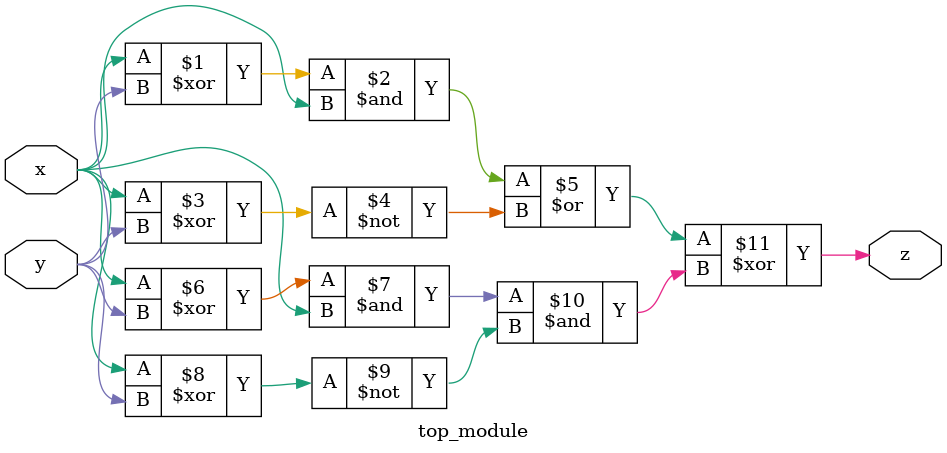
<source format=v>
module top_module (input x, input y, output z);

    assign z = (((x^y) & x) | (~(x^y))) ^
               (((x^y) & x) & (~(x^y)));

endmodule
</source>
